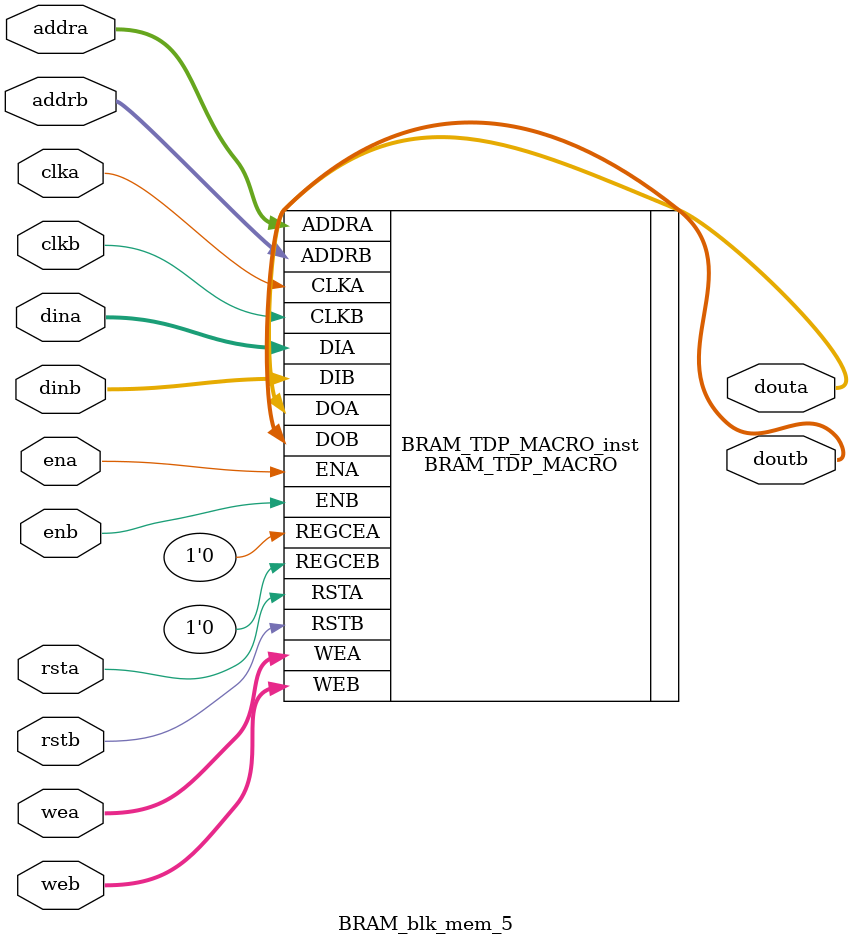
<source format=v>
`timescale 1ns/1ps

module BRAM_blk_mem_5 (
  clka,
  ena,
  wea,
  addra,
  dina,
  douta,
  rsta,
  clkb,
  enb,
  web,
  addrb,
  dinb,
  doutb,
  rstb
);


input wire clka;
input wire clkb;

input wire ena;
input wire enb;

input wire rsta;
input wire rstb;

input wire [3 : 0] wea;
input wire [3 : 0] web;

input wire [9 : 0] addra;
input wire [9 : 0] addrb;

input wire [31 : 0] dina;
input wire [31 : 0] dinb;

output wire [31 : 0] douta;
output wire [31 : 0] doutb;


// BRAM_TDP_MACRO : In order to incorporate this function into the design,
//   Verilog   : the following instance declaration needs to be placed
//  instance   : in the body of the design code.  The instance name
// declaration : (BRAM_TDP_MACRO_inst) and/or the port declarations within the
//    code     : parenthesis may be changed to properly reference and
//             : connect this function to the design.  All inputs
//             : and outputs must be connected.

//  <-----Cut code below this line---->

   // BRAM_TDP_MACRO: True Dual Port RAM
   //                 Virtex-7
   // Xilinx HDL Language Template, version 2016.4
   
   //////////////////////////////////////////////////////////////////////////
   // DATA_WIDTH_A/B | BRAM_SIZE | RAM Depth | ADDRA/B Width | WEA/B Width //
   // ===============|===========|===========|===============|=============//
   //     19-36      |  "36Kb"   |    1024   |    10-bit     |    4-bit    //
   //     10-18      |  "36Kb"   |    2048   |    11-bit     |    2-bit    //
   //     10-18      |  "18Kb"   |    1024   |    10-bit     |    2-bit    //
   //      5-9       |  "36Kb"   |    4096   |    12-bit     |    1-bit    //
   //      5-9       |  "18Kb"   |    2048   |    11-bit     |    1-bit    //
   //      3-4       |  "36Kb"   |    8192   |    13-bit     |    1-bit    //
   //      3-4       |  "18Kb"   |    4096   |    12-bit     |    1-bit    //
   //        2       |  "36Kb"   |   16384   |    14-bit     |    1-bit    //
   //        2       |  "18Kb"   |    8192   |    13-bit     |    1-bit    //
   //        1       |  "36Kb"   |   32768   |    15-bit     |    1-bit    //
   //        1       |  "18Kb"   |   16384   |    14-bit     |    1-bit    //
   //////////////////////////////////////////////////////////////////////////

   BRAM_TDP_MACRO #(
      .BRAM_SIZE("36Kb"), // Target BRAM: "18Kb" or "36Kb" 
      .DEVICE("7SERIES"), // Target device: "7SERIES" 
      .DOA_REG(0),        // Optional port A output register (0 or 1)
      .DOB_REG(0),        // Optional port B output register (0 or 1)
      .INIT_A(36'h00000000),  // Initial values on port A output port
      .INIT_B(36'h00000000), // Initial values on port B output port
      .INIT_FILE ("weight_5.mem"),
      .READ_WIDTH_A (32),   // Valid values are 1-36 (19-36 only valid when BRAM_SIZE="36Kb")
      .READ_WIDTH_B (32),   // Valid values are 1-36 (19-36 only valid when BRAM_SIZE="36Kb")
      .SIM_COLLISION_CHECK ("ALL"), // Collision check enable "ALL", "WARNING_ONLY", 
                                    //   "GENERATE_X_ONLY" or "NONE" 
      .SRVAL_A(36'h00000000), // Set/Reset value for port A output
      .SRVAL_B(36'h00000000), // Set/Reset value for port B output
      .WRITE_MODE_A("WRITE_FIRST"), // "WRITE_FIRST", "READ_FIRST", or "NO_CHANGE" 
      .WRITE_MODE_B("WRITE_FIRST"), // "WRITE_FIRST", "READ_FIRST", or "NO_CHANGE" 
      .WRITE_WIDTH_A(32), // Valid values are 1-36 (19-36 only valid when BRAM_SIZE="36Kb")
      .WRITE_WIDTH_B(32), // Valid values are 1-36 (19-36 only valid when BRAM_SIZE="36Kb")
      .INIT_00(256'h0000000000000000000000000000000000000000000000000000000000000000),
      .INIT_01(256'h0000000000000000000000000000000000000000000000000000000000000000),
      .INIT_02(256'h0000000000000000000000000000000000000000000000000000000000000000),
      .INIT_03(256'h0000000000000000000000000000000000000000000000000000000000000000),
      .INIT_04(256'h0000000000000000000000000000000000000000000000000000000000000000),
      .INIT_05(256'h0000000000000000000000000000000000000000000000000000000000000000),
      .INIT_06(256'h0000000000000000000000000000000000000000000000000000000000000000),
      .INIT_07(256'h0000000000000000000000000000000000000000000000000000000000000000),
      .INIT_08(256'h0000000000000000000000000000000000000000000000000000000000000000),
      .INIT_09(256'h0000000000000000000000000000000000000000000000000000000000000000),
      .INIT_0A(256'h0000000000000000000000000000000000000000000000000000000000000000),
      .INIT_0B(256'h0000000000000000000000000000000000000000000000000000000000000000),
      .INIT_0C(256'h0000000000000000000000000000000000000000000000000000000000000000),
      .INIT_0D(256'h0000000000000000000000000000000000000000000000000000000000000000),
      .INIT_0E(256'h0000000000000000000000000000000000000000000000000000000000000000),
      .INIT_0F(256'h0000000000000000000000000000000000000000000000000000000000000000),
      .INIT_10(256'h0000000000000000000000000000000000000000000000000000000000000000),
      .INIT_11(256'h0000000000000000000000000000000000000000000000000000000000000000),
      .INIT_12(256'h0000000000000000000000000000000000000000000000000000000000000000),
      .INIT_13(256'h0000000000000000000000000000000000000000000000000000000000000000),
      .INIT_14(256'h0000000000000000000000000000000000000000000000000000000000000000),
      .INIT_15(256'h0000000000000000000000000000000000000000000000000000000000000000),
      .INIT_16(256'h0000000000000000000000000000000000000000000000000000000000000000),
      .INIT_17(256'h0000000000000000000000000000000000000000000000000000000000000000),
      .INIT_18(256'h0000000000000000000000000000000000000000000000000000000000000000),
      .INIT_19(256'h0000000000000000000000000000000000000000000000000000000000000000),
      .INIT_1A(256'h0000000000000000000000000000000000000000000000000000000000000000),
      .INIT_1B(256'h0000000000000000000000000000000000000000000000000000000000000000),
      .INIT_1C(256'h0000000000000000000000000000000000000000000000000000000000000000),
      .INIT_1D(256'h0000000000000000000000000000000000000000000000000000000000000000),
      .INIT_1E(256'h0000000000000000000000000000000000000000000000000000000000000000),
      .INIT_1F(256'h0000000000000000000000000000000000000000000000000000000000000000),
      .INIT_20(256'h0000000000000000000000000000000000000000000000000000000000000000),
      .INIT_21(256'h0000000000000000000000000000000000000000000000000000000000000000),
      .INIT_22(256'h0000000000000000000000000000000000000000000000000000000000000000),
      .INIT_23(256'h0000000000000000000000000000000000000000000000000000000000000000),
      .INIT_24(256'h0000000000000000000000000000000000000000000000000000000000000000),
      .INIT_25(256'h0000000000000000000000000000000000000000000000000000000000000000),
      .INIT_26(256'h0000000000000000000000000000000000000000000000000000000000000000),
      .INIT_27(256'h0000000000000000000000000000000000000000000000000000000000000000),
      .INIT_28(256'h0000000000000000000000000000000000000000000000000000000000000000),
      .INIT_29(256'h0000000000000000000000000000000000000000000000000000000000000000),
      .INIT_2A(256'h0000000000000000000000000000000000000000000000000000000000000000),
      .INIT_2B(256'h0000000000000000000000000000000000000000000000000000000000000000),
      .INIT_2C(256'h0000000000000000000000000000000000000000000000000000000000000000),
      .INIT_2D(256'h0000000000000000000000000000000000000000000000000000000000000000),
      .INIT_2E(256'h0000000000000000000000000000000000000000000000000000000000000000),
      .INIT_2F(256'h0000000000000000000000000000000000000000000000000000000000000000),
      .INIT_30(256'h0000000000000000000000000000000000000000000000000000000000000000),
      .INIT_31(256'h0000000000000000000000000000000000000000000000000000000000000000),
      .INIT_32(256'h0000000000000000000000000000000000000000000000000000000000000000),
      .INIT_33(256'h0000000000000000000000000000000000000000000000000000000000000000),
      .INIT_34(256'h0000000000000000000000000000000000000000000000000000000000000000),
      .INIT_35(256'h0000000000000000000000000000000000000000000000000000000000000000),
      .INIT_36(256'h0000000000000000000000000000000000000000000000000000000000000000),
      .INIT_37(256'h0000000000000000000000000000000000000000000000000000000000000000),
      .INIT_38(256'h0000000000000000000000000000000000000000000000000000000000000000),
      .INIT_39(256'h0000000000000000000000000000000000000000000000000000000000000000),
      .INIT_3A(256'h0000000000000000000000000000000000000000000000000000000000000000),
      .INIT_3B(256'h0000000000000000000000000000000000000000000000000000000000000000),
      .INIT_3C(256'h0000000000000000000000000000000000000000000000000000000000000000),
      .INIT_3D(256'h0000000000000000000000000000000000000000000000000000000000000000),
      .INIT_3E(256'h0000000000000000000000000000000000000000000000000000000000000000),
      .INIT_3F(256'h0000000000000000000000000000000000000000000000000000000000000000),
      
      // The next set of INIT_xx are valid when configured as 36Kb
      .INIT_40(256'h0000000000000000000000000000000000000000000000000000000000000000),
      .INIT_41(256'h0000000000000000000000000000000000000000000000000000000000000000),
      .INIT_42(256'h0000000000000000000000000000000000000000000000000000000000000000),
      .INIT_43(256'h0000000000000000000000000000000000000000000000000000000000000000),
      .INIT_44(256'h0000000000000000000000000000000000000000000000000000000000000000),
      .INIT_45(256'h0000000000000000000000000000000000000000000000000000000000000000),
      .INIT_46(256'h0000000000000000000000000000000000000000000000000000000000000000),
      .INIT_47(256'h0000000000000000000000000000000000000000000000000000000000000000),
      .INIT_48(256'h0000000000000000000000000000000000000000000000000000000000000000),
      .INIT_49(256'h0000000000000000000000000000000000000000000000000000000000000000),
      .INIT_4A(256'h0000000000000000000000000000000000000000000000000000000000000000),
      .INIT_4B(256'h0000000000000000000000000000000000000000000000000000000000000000),
      .INIT_4C(256'h0000000000000000000000000000000000000000000000000000000000000000),
      .INIT_4D(256'h0000000000000000000000000000000000000000000000000000000000000000),
      .INIT_4E(256'h0000000000000000000000000000000000000000000000000000000000000000),
      .INIT_4F(256'h0000000000000000000000000000000000000000000000000000000000000000),
      .INIT_50(256'h0000000000000000000000000000000000000000000000000000000000000000),
      .INIT_51(256'h0000000000000000000000000000000000000000000000000000000000000000),
      .INIT_52(256'h0000000000000000000000000000000000000000000000000000000000000000),
      .INIT_53(256'h0000000000000000000000000000000000000000000000000000000000000000),
      .INIT_54(256'h0000000000000000000000000000000000000000000000000000000000000000),
      .INIT_55(256'h0000000000000000000000000000000000000000000000000000000000000000),
      .INIT_56(256'h0000000000000000000000000000000000000000000000000000000000000000),
      .INIT_57(256'h0000000000000000000000000000000000000000000000000000000000000000),
      .INIT_58(256'h0000000000000000000000000000000000000000000000000000000000000000),
      .INIT_59(256'h0000000000000000000000000000000000000000000000000000000000000000),
      .INIT_5A(256'h0000000000000000000000000000000000000000000000000000000000000000),
      .INIT_5B(256'h0000000000000000000000000000000000000000000000000000000000000000),
      .INIT_5C(256'h0000000000000000000000000000000000000000000000000000000000000000),
      .INIT_5D(256'h0000000000000000000000000000000000000000000000000000000000000000),
      .INIT_5E(256'h0000000000000000000000000000000000000000000000000000000000000000),
      .INIT_5F(256'h0000000000000000000000000000000000000000000000000000000000000000),
      .INIT_60(256'h0000000000000000000000000000000000000000000000000000000000000000),
      .INIT_61(256'h0000000000000000000000000000000000000000000000000000000000000000),
      .INIT_62(256'h0000000000000000000000000000000000000000000000000000000000000000),
      .INIT_63(256'h0000000000000000000000000000000000000000000000000000000000000000),
      .INIT_64(256'h0000000000000000000000000000000000000000000000000000000000000000),
      .INIT_65(256'h0000000000000000000000000000000000000000000000000000000000000000),
      .INIT_66(256'h0000000000000000000000000000000000000000000000000000000000000000),
      .INIT_67(256'h0000000000000000000000000000000000000000000000000000000000000000),
      .INIT_68(256'h0000000000000000000000000000000000000000000000000000000000000000),
      .INIT_69(256'h0000000000000000000000000000000000000000000000000000000000000000),
      .INIT_6A(256'h0000000000000000000000000000000000000000000000000000000000000000),
      .INIT_6B(256'h0000000000000000000000000000000000000000000000000000000000000000),
      .INIT_6C(256'h0000000000000000000000000000000000000000000000000000000000000000),
      .INIT_6D(256'h0000000000000000000000000000000000000000000000000000000000000000),
      .INIT_6E(256'h0000000000000000000000000000000000000000000000000000000000000000),
      .INIT_6F(256'h0000000000000000000000000000000000000000000000000000000000000000),
      .INIT_70(256'h0000000000000000000000000000000000000000000000000000000000000000),
      .INIT_71(256'h0000000000000000000000000000000000000000000000000000000000000000),
      .INIT_72(256'h0000000000000000000000000000000000000000000000000000000000000000),
      .INIT_73(256'h0000000000000000000000000000000000000000000000000000000000000000),
      .INIT_74(256'h0000000000000000000000000000000000000000000000000000000000000000),
      .INIT_75(256'h0000000000000000000000000000000000000000000000000000000000000000),
      .INIT_76(256'h0000000000000000000000000000000000000000000000000000000000000000),
      .INIT_77(256'h0000000000000000000000000000000000000000000000000000000000000000),
      .INIT_78(256'h0000000000000000000000000000000000000000000000000000000000000000),
      .INIT_79(256'h0000000000000000000000000000000000000000000000000000000000000000),
      .INIT_7A(256'h0000000000000000000000000000000000000000000000000000000000000000),
      .INIT_7B(256'h0000000000000000000000000000000000000000000000000000000000000000),
      .INIT_7C(256'h0000000000000000000000000000000000000000000000000000000000000000),
      .INIT_7D(256'h0000000000000000000000000000000000000000000000000000000000000000),
      .INIT_7E(256'h0000000000000000000000000000000000000000000000000000000000000000),
      .INIT_7F(256'h0000000000000000000000000000000000000000000000000000000000000000),
     
      // The next set of INITP_xx are for the parity bits
      //.INIT_FF(256'h0000000000000000000000000000000000000000000000000000000000000000),
      .INITP_00(256'h0000000000000000000000000000000000000000000000000000000000000000),
      .INITP_01(256'h0000000000000000000000000000000000000000000000000000000000000000),
      .INITP_02(256'h0000000000000000000000000000000000000000000000000000000000000000),
      .INITP_03(256'h0000000000000000000000000000000000000000000000000000000000000000),
      .INITP_04(256'h0000000000000000000000000000000000000000000000000000000000000000),
      .INITP_05(256'h0000000000000000000000000000000000000000000000000000000000000000),
      .INITP_06(256'h0000000000000000000000000000000000000000000000000000000000000000),
      .INITP_07(256'h0000000000000000000000000000000000000000000000000000000000000000),
      
      // The next set of INITP_xx are valid when configured as 36Kb
      .INITP_08(256'h0000000000000000000000000000000000000000000000000000000000000000),
      .INITP_09(256'h0000000000000000000000000000000000000000000000000000000000000000),
      .INITP_0A(256'h0000000000000000000000000000000000000000000000000000000000000000),
      .INITP_0B(256'h0000000000000000000000000000000000000000000000000000000000000000),
      .INITP_0C(256'h0000000000000000000000000000000000000000000000000000000000000000),
      .INITP_0D(256'h0000000000000000000000000000000000000000000000000000000000000000),
      .INITP_0E(256'h0000000000000000000000000000000000000000000000000000000000000000),
      .INITP_0F(256'h0000000000000000000000000000000000000000000000000000000000000000)
   ) BRAM_TDP_MACRO_inst (
      .DOA(douta),       // Output port-A data, width defined by READ_WIDTH_A parameter
      .DOB(doutb),       // Output port-B data, width defined by READ_WIDTH_B parameter
      .ADDRA(addra),   // Input port-A address, width defined by Port A depth
      .ADDRB(addrb),   // Input port-B address, width defined by Port B depth
      .CLKA(clka),     // 1-bit input port-A clock
      .CLKB(clkb),     // 1-bit input port-B clock
      .DIA(dina),       // Input port-A data, width defined by WRITE_WIDTH_A parameter
      .DIB(dinb),       // Input port-B data, width defined by WRITE_WIDTH_B parameter
      .ENA(ena),       // 1-bit input port-A enable
      .ENB(enb),       // 1-bit input port-B enable
      .REGCEA(1'D0), // 1-bit input port-A output register enable
      .REGCEB(1'D0), // 1-bit input port-B output register enable
      .RSTA(rsta),     // 1-bit input port-A reset
      .RSTB(rstb),     // 1-bit input port-B reset
      .WEA(wea),       // Input port-A write enable, width defined by Port A depth
      .WEB(web)        // Input port-B write enable, width defined by Port B depth
   );

   // End of BRAM_TDP_MACRO_inst instantiation
				
endmodule
</source>
